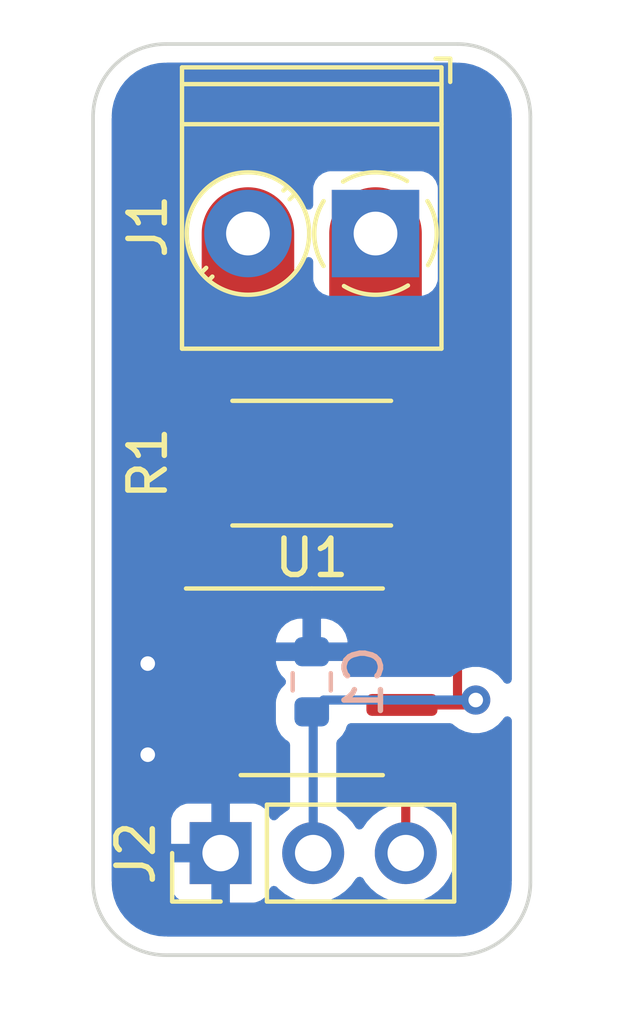
<source format=kicad_pcb>
(kicad_pcb (version 20211014) (generator pcbnew)
  (layers (0 "F.Cu" signal) (31 "B.Cu" signal) (34 "B.Paste" user) (35 "F.Paste" user) (36 "B.SilkS" user "B.Silkscreen") (37 "F.SilkS" user "F.Silkscreen") (38 "B.Mask" user) (39 "F.Mask" user) (44 "Edge.Cuts" user))
  (net 0 "")
  (net 1 "+3V3")
  (net 2 "GND")
  (net 3 "/OUT")
  (net 4 "Net-(R1-Pad2)")
  (net 5 "Net-(R1-Pad1)")
  (footprint "Connector_PinHeader_2.54mm:PinHeader_1x03_P2.54mm_Vertical" (layer "F.Cu") (at 36.5 39.7 90)
    (fp_text reference "J2" (at 0 -2.33 90) (layer "F.SilkS"))
    (fp_text value "Conn_01x03")
    (fp_line (start -1.33 1.27) (end -1.33 6.41) (layer "F.SilkS") (width 0.12))
    (fp_line (start -1.33 -1.33) (end 0 -1.33) (layer "F.SilkS") (width 0.12))
    (fp_line (start -1.33 0) (end -1.33 -1.33) (layer "F.SilkS") (width 0.12))
    (fp_line (start -1.33 6.41) (end 1.33 6.41) (layer "F.SilkS") (width 0.12))
    (fp_line (start 1.33 1.27) (end 1.33 6.41) (layer "F.SilkS") (width 0.12))
    (fp_line (start -1.33 1.27) (end 1.33 1.27) (layer "F.SilkS") (width 0.12))
    (pad "1" thru_hole rect (at 0 0 90) (size 1.7 1.7) (drill 1) (layers *.Cu *.Mask) (net 2 "GND"))
    (pad "2" thru_hole oval (at 0 2.54 90) (size 1.7 1.7) (drill 1) (layers *.Cu *.Mask) (net 1 "+3V3"))
    (pad "3" thru_hole oval (at 0 5.08 90) (size 1.7 1.7) (drill 1) (layers *.Cu *.Mask) (net 3 "/OUT"))
  )
  (footprint "Package_SO:SOIC-8_3.9x4.9mm_P1.27mm" (layer "F.Cu") (at 39 35)
    (fp_text reference "U1" (at 0 -3.4) (layer "F.SilkS"))
    (fp_text value "INA240A1D")
    (fp_line (start 0 -2.56) (end 1.95 -2.56) (layer "F.SilkS") (width 0.12))
    (fp_line (start 0 2.56) (end -1.95 2.56) (layer "F.SilkS") (width 0.12))
    (fp_line (start 0 -2.56) (end -3.45 -2.56) (layer "F.SilkS") (width 0.12))
    (fp_line (start 0 2.56) (end 1.95 2.56) (layer "F.SilkS") (width 0.12))
    (pad "1" smd roundrect (at -2.475 -1.905) (size 1.95 0.6) (layers "F.Cu" "F.Paste" "F.Mask") (net 4 "Net-(R1-Pad2)"))
    (pad "2" smd roundrect (at -2.475 -0.635) (size 1.95 0.6) (layers "F.Cu" "F.Paste" "F.Mask") (net 2 "GND"))
    (pad "3" smd roundrect (at -2.475 0.635) (size 1.95 0.6) (layers "F.Cu" "F.Paste" "F.Mask") (net 2 "GND"))
    (pad "4" smd roundrect (at -2.475 1.905) (size 1.95 0.6) (layers "F.Cu" "F.Paste" "F.Mask") (net 2 "GND"))
    (pad "5" smd roundrect (at 2.475 1.905) (size 1.95 0.6) (layers "F.Cu" "F.Paste" "F.Mask") (net 3 "/OUT"))
    (pad "6" smd roundrect (at 2.475 0.635) (size 1.95 0.6) (layers "F.Cu" "F.Paste" "F.Mask") (net 1 "+3V3"))
    (pad "7" smd roundrect (at 2.475 -0.635) (size 1.95 0.6) (layers "F.Cu" "F.Paste" "F.Mask") (net 1 "+3V3"))
    (pad "8" smd roundrect (at 2.475 -1.905) (size 1.95 0.6) (layers "F.Cu" "F.Paste" "F.Mask") (net 5 "Net-(R1-Pad1)"))
  )
  (footprint "Resistor_SMD:R_2512_6332Metric" (layer "F.Cu") (at 39 29 180)
    (fp_text reference "R1" (at 4.5 0 90) (layer "F.SilkS"))
    (fp_text value "0.025")
    (fp_line (start -2.177064 1.71) (end 2.177064 1.71) (layer "F.SilkS") (width 0.12))
    (fp_line (start -2.177064 -1.71) (end 2.177064 -1.71) (layer "F.SilkS") (width 0.12))
    (pad "1" smd roundrect (at -2.9625 0 180) (size 1.225 3.35) (layers "F.Cu" "F.Paste" "F.Mask") (roundrect_rratio 0.2040816327) (net 5 "Net-(R1-Pad1)"))
    (pad "2" smd roundrect (at 2.9625 0 180) (size 1.225 3.35) (layers "F.Cu" "F.Paste" "F.Mask") (roundrect_rratio 0.2040816327) (net 4 "Net-(R1-Pad2)"))
  )
  (footprint "TerminalBlock_Phoenix:TerminalBlock_Phoenix_PT-1,5-2-3.5-H_1x02_P3.50mm_Horizontal" (layer "F.Cu") (at 40.75 22.7 180)
    (fp_text reference "J1" (at 6.25 0.2 90) (layer "F.SilkS"))
    (fp_text value "Screw_Terminal_01x02")
    (fp_line (start -1.81 -3.16) (end 5.31 -3.16) (layer "F.SilkS") (width 0.12))
    (fp_line (start -1.81 3) (end 5.31 3) (layer "F.SilkS") (width 0.12))
    (fp_line (start -2.05 4.16) (end -2.05 4.8) (layer "F.SilkS") (width 0.12))
    (fp_line (start -1.81 4.1) (end 5.31 4.1) (layer "F.SilkS") (width 0.12))
    (fp_line (start -1.81 -3.16) (end -1.81 4.56) (layer "F.SilkS") (width 0.12))
    (fp_line (start 2.355 0.941) (end 2.226 1.069) (layer "F.SilkS") (width 0.12))
    (fp_line (start 2.525 1.181) (end 2.431 1.274) (layer "F.SilkS") (width 0.12))
    (fp_line (start -2.05 4.8) (end -1.65 4.8) (layer "F.SilkS") (width 0.12))
    (fp_line (start 5.31 -3.16) (end 5.31 4.56) (layer "F.SilkS") (width 0.12))
    (fp_line (start 4.775 -1.069) (end 4.646 -0.941) (layer "F.SilkS") (width 0.12))
    (fp_line (start 4.57 -1.275) (end 4.476 -1.181) (layer "F.SilkS") (width 0.12))
    (fp_line (start -1.81 4.56) (end 5.31 4.56) (layer "F.SilkS") (width 0.12))
    (fp_arc (start 0.890264 1.424721) (mid 0.463071 1.61492) (end 0 1.68) (layer "F.SilkS") (width 0.12))
    (fp_arc (start -1.425358 0.889894) (mid -1.680286 0.014012) (end -1.44 -0.866) (layer "F.SilkS") (width 0.12))
    (fp_arc (start 1.425504 -0.890193) (mid 1.680626 0.000476) (end 1.425 0.891) (layer "F.SilkS") (width 0.12))
    (fp_arc (start 0.028674 1.680099) (mid -0.435535 1.622918) (end -0.866 1.44) (layer "F.SilkS") (width 0.12))
    (fp_arc (start -0.889894 -1.425358) (mid -0.014012 -1.680286) (end 0.866 -1.44) (layer "F.SilkS") (width 0.12))
    (fp_circle (center 3.5 0) (end 5.18 0) (layer "F.SilkS") (width 0.12) (fill none))
    (pad "1" thru_hole rect (at 0 0 180) (size 2.4 2.4) (drill 1.2) (layers *.Cu *.Mask) (net 5 "Net-(R1-Pad1)"))
    (pad "2" thru_hole circle (at 3.5 0 180) (size 2.4 2.4) (drill 1.2) (layers *.Cu *.Mask) (net 4 "Net-(R1-Pad2)"))
  )
  (footprint "Resistor_SMD:R_0603_1608Metric" (layer "B.Cu") (at 39 35 90)
    (fp_text reference "C1" (at 0 1.43 90) (layer "B.SilkS") (effects (justify mirror)))
    (fp_text value "0.1u")
    (fp_line (start -0.237258 -0.5225) (end 0.237258 -0.5225) (layer "B.SilkS") (width 0.12))
    (fp_line (start -0.237258 0.5225) (end 0.237258 0.5225) (layer "B.SilkS") (width 0.12))
    (pad "1" smd roundrect (at -0.825 0 90) (size 0.8 0.95) (layers "B.Cu" "B.Paste" "B.Mask") (net 1 "+3V3"))
    (pad "2" smd roundrect (at 0.825 0 90) (size 0.8 0.95) (layers "B.Cu" "B.Paste" "B.Mask") (net 2 "GND"))
  )
  (gr_line (start 35 17.5) (end 43 17.5) (layer "Edge.Cuts") (width 0.1))
  (gr_arc (start 35 42.5) (mid 33.585786 41.914214) (end 33 40.5) (layer "Edge.Cuts") (width 0.1))
  (gr_line (start 33 40.5) (end 33 19.5) (layer "Edge.Cuts") (width 0.1))
  (gr_arc (start 33 19.5) (mid 33.585786 18.085786) (end 35 17.5) (layer "Edge.Cuts") (width 0.1))
  (gr_line (start 43 42.5) (end 35 42.5) (layer "Edge.Cuts") (width 0.1))
  (gr_arc (start 45 40.5) (mid 44.414214 41.914214) (end 43 42.5) (layer "Edge.Cuts") (width 0.1))
  (gr_arc (start 43 17.5) (mid 44.414214 18.085786) (end 45 19.5) (layer "Edge.Cuts") (width 0.1))
  (gr_line (start 45 19.5) (end 45 40.5) (layer "Edge.Cuts") (width 0.1))
  (segment (start 43.365 35.635) (end 43.5 35.5) (width 0.25) (layer "F.Cu") (net 1))
  (segment (start 43 34.5) (end 43 35.5) (width 0.25) (layer "F.Cu") (net 1))
  (segment (start 42.865 34.365) (end 43 34.5) (width 0.25) (layer "F.Cu") (net 1))
  (segment (start 41.475 34.365) (end 42.865 34.365) (width 0.25) (layer "F.Cu") (net 1))
  (segment (start 41.475 35.635) (end 43.365 35.635) (width 0.25) (layer "F.Cu") (net 1))
  (via (at 43.5 35.5) (size 0.8) (drill 0.4) (layers "F.Cu" "B.Cu") (net 1))
  (segment (start 43.5 35.5) (end 39.325 35.5) (width 0.25) (layer "B.Cu") (net 1))
  (segment (start 39.04 35.865) (end 39.04 39.7) (width 0.25) (layer "B.Cu") (net 1))
  (segment (start 39.325 35.5) (end 39 35.825) (width 0.25) (layer "B.Cu") (net 1))
  (segment (start 36.525 35.635) (end 35.135 35.635) (width 0.25) (layer "F.Cu") (net 2))
  (segment (start 34.595 36.905) (end 34.5 37) (width 0.25) (layer "F.Cu") (net 2))
  (segment (start 35.135 35.635) (end 34.865 35.365) (width 0.25) (layer "F.Cu") (net 2))
  (segment (start 34.865 34.365) (end 34.635 34.365) (width 0.25) (layer "F.Cu") (net 2))
  (segment (start 36.525 36.905) (end 34.595 36.905) (width 0.25) (layer "F.Cu") (net 2))
  (segment (start 36.525 34.365) (end 34.865 34.365) (width 0.25) (layer "F.Cu") (net 2))
  (segment (start 34.865 35.365) (end 34.865 34.365) (width 0.25) (layer "F.Cu") (net 2))
  (segment (start 34.635 34.365) (end 34.5 34.5) (width 0.25) (layer "F.Cu") (net 2))
  (via (at 34.5 34.5) (size 0.8) (drill 0.4) (layers "F.Cu" "B.Cu") (net 2))
  (via (at 34.5 37) (size 0.8) (drill 0.4) (layers "F.Cu" "B.Cu") (net 2))
  (segment (start 39 34.175) (end 34.825 34.175) (width 0.25) (layer "B.Cu") (net 2))
  (segment (start 34.825 34.175) (end 34.5 34.5) (width 0.25) (layer "B.Cu") (net 2))
  (segment (start 41.58 37.01) (end 41.58 39.7) (width 0.25) (layer "F.Cu") (net 3))
  (segment (start 41.475 36.905) (end 41.656 37.086) (width 0.25) (layer "F.Cu") (net 3))
  (segment (start 41.475 36.905) (end 41.58 37.01) (width 0.25) (layer "F.Cu") (net 3))
  (segment (start 37.25 22.7) (end 37.25 27.7875) (width 2.54) (layer "F.Cu") (net 4))
  (segment (start 36.0375 29) (end 36.525 29.4875) (width 0.25) (layer "F.Cu") (net 4))
  (segment (start 37.25 27.7875) (end 36.0375 29) (width 2.54) (layer "F.Cu") (net 4))
  (segment (start 36.525 29.4875) (end 36.525 33.095) (width 0.25) (layer "F.Cu") (net 4))
  (segment (start 41.9625 29) (end 41.475 29.4875) (width 0.25) (layer "F.Cu") (net 5))
  (segment (start 40.75 22.7) (end 40.75 27.7875) (width 2.54) (layer "F.Cu") (net 5))
  (segment (start 40.75 27.7875) (end 41.9625 29) (width 2.54) (layer "F.Cu") (net 5))
  (segment (start 41.475 29.4875) (end 41.475 33.095) (width 0.25) (layer "F.Cu") (net 5))
  (zone (net 2) (net_name "GND") (layer "B.Cu") (connect_pads (clearance 0.508)) (min_thickness 0.254) (fill yes (thermal_gap 0.508) (thermal_bridge_width 0.508))
    (polygon (pts (xy 45 42.5) (xy 33 42.5) (xy 33 16.5) (xy 45 16.5)))
  )
)
</source>
